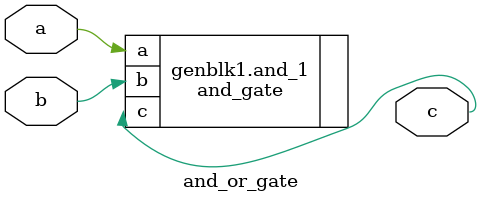
<source format=v>
`timescale 1ns / 1ps


module and_or_gate
#(
    parameter MODE=0
 )
 
(
input a,
input b,
output c
);

generate

if (MODE == 0) //AND
    begin
        and_gate and_1
        (
            .a(a),
            .b(b),
            .c(c)
        );
    end 
else if (MODE == 1)
    begin
        or_gate or_1
        (
            .a(a),
            .b(b),
            .c(c)
        );
    end
endgenerate
endmodule

</source>
